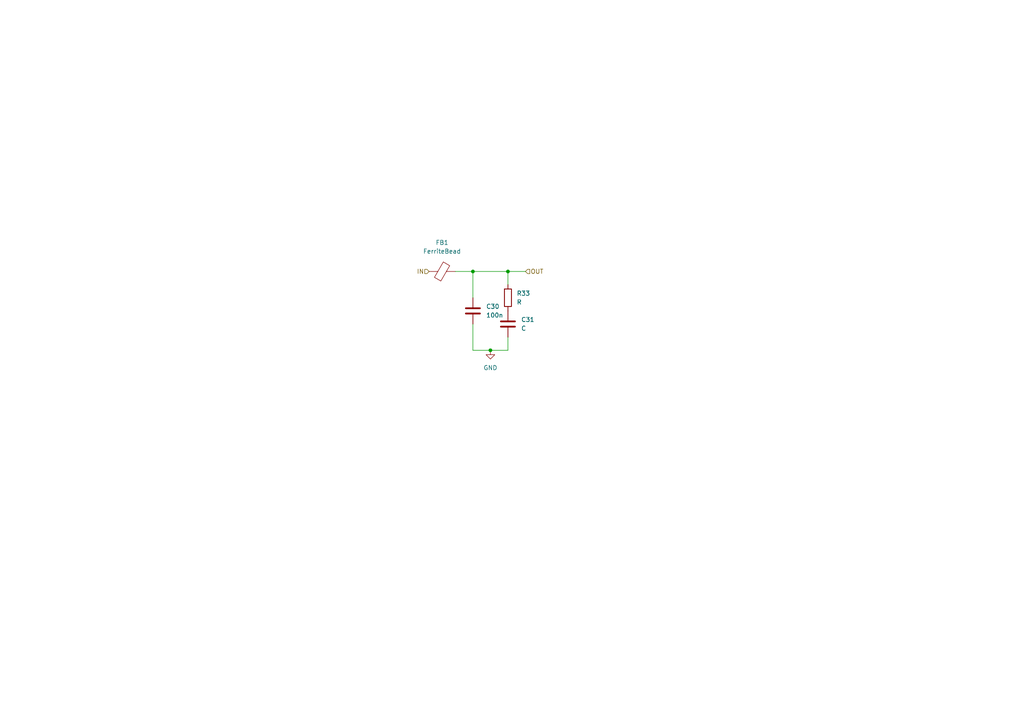
<source format=kicad_sch>
(kicad_sch (version 20230121) (generator eeschema)
  (paper "A4")
  (lib_symbols
    (symbol "Device:C" (pin_numbers hide) (pin_names (offset 0.254))
      (property "Reference" "C" (at 0.635 2.54 0))
      (property "Value" "C" (at 0.635 -2.54 0))
      (symbol "C_0_1"
        (polyline (pts (xy -2.032 -0.762) (xy 2.032 -0.762)) (stroke (width 0.508)))
        (polyline (pts (xy -2.032 0.762) (xy 2.032 0.762)) (stroke (width 0.508)))
      )
      (symbol "C_1_1"
        (pin passive line (at 0 3.81 270) (length 2.794) (name "~") (number "1"))
        (pin passive line (at 0 -3.81 90) (length 2.794) (name "~") (number "2"))
      )
    )
    (symbol "Device:FerriteBead" (pin_numbers hide) (pin_names (offset 0))
      (property "Reference" "FB" (at -3.81 0.635 90))
      (property "Value" "FerriteBead" (at 3.81 0 90))
      (symbol "FerriteBead_0_1"
        (polyline (pts (xy 0 -1.27) (xy 0 -1.2192)))
        (polyline (pts (xy 0 1.27) (xy 0 1.2954)))
        (polyline (pts (xy -2.7686 0.4064) (xy -1.7018 2.2606) (xy 2.7686 -0.3048) (xy 1.6764 -2.159) (xy -2.7686 0.4064)))
      )
      (symbol "FerriteBead_1_1"
        (pin passive line (at 0 3.81 270) (length 2.54) (name "~") (number "1"))
        (pin passive line (at 0 -3.81 90) (length 2.54) (name "~") (number "2"))
      )
    )
    (symbol "Device:R" (pin_numbers hide) (pin_names (offset 0))
      (property "Reference" "R" (at 2.032 0 90))
      (property "Value" "R" (at 0 0 90))
      (symbol "R_0_1"
        (rectangle (start -1.016 -2.54) (end 1.016 2.54) (stroke (width 0.254)))
      )
      (symbol "R_1_1"
        (pin passive line (at 0 3.81 270) (length 1.27) (name "~") (number "1"))
        (pin passive line (at 0 -3.81 90) (length 1.27) (name "~") (number "2"))
      )
    )
    (symbol "power:GND" (power) (pin_names (offset 0))
      (property "Value" "GND" (at 0 -3.81 0))
      (symbol "GND_0_1"
        (polyline (pts (xy 0 0) (xy 0 -1.27) (xy 1.27 -1.27) (xy 0 -2.54) (xy -1.27 -1.27) (xy 0 -1.27)))
      )
      (symbol "GND_1_1"
        (pin power_in line (at 0 0 270) (length 0) hide (name "GND") (number "1"))
      )
    )
  )
  (junction (at 137.16 78.74))
  (junction (at 147.32 78.74))
  (junction (at 142.24 101.6))
  (wire (pts (xy 137.16 78.74) (xy 147.32 78.74)))
  (wire (pts (xy 147.32 78.74) (xy 147.32 82.55)))
  (wire (pts (xy 147.32 78.74) (xy 152.4 78.74)))
  (wire (pts (xy 132.08 78.74) (xy 137.16 78.74)))
  (wire (pts (xy 147.32 101.6) (xy 147.32 97.79)))
  (wire (pts (xy 137.16 86.36) (xy 137.16 78.74)))
  (wire (pts (xy 142.24 101.6) (xy 147.32 101.6)))
  (wire (pts (xy 137.16 93.98) (xy 137.16 101.6)))
  (wire (pts (xy 137.16 101.6) (xy 142.24 101.6)))
  (hierarchical_label "OUT" (shape input) (at 152.4 78.74 0))
  (hierarchical_label "IN" (shape input) (at 124.46 78.74 180))
  (symbol (lib_id "Device:R") (at 147.32 86.36 0) (unit 1)
    (property "Reference" "R33" (at 149.86 85.0899 0) (effects (justify left)))
    (property "Value" "R" (at 149.86 87.6299 0) (effects (justify left)))
    (property "Footprint" "Resistor_SMD:R_0603_1608Metric" (effects hide))
    (instances (project "marvin_fc_board" (path "" (reference "R33") (unit 1)) (path "" (reference "R36") (unit 1))))
  )
  (symbol (lib_id "Device:C") (at 137.16 90.17 0) (unit 1)
    (property "Reference" "C30" (at 140.97 88.8999 0) (effects (justify left)))
    (property "Value" "100n" (at 140.97 91.4399 0) (effects (justify left)))
    (property "Footprint" "Capacitor_SMD:C_0603_1608Metric" (effects hide))
    (instances (project "marvin_fc_board" (path "" (reference "C30") (unit 1)) (path "" (reference "C32") (unit 1))))
  )
  (symbol (lib_id "Device:C") (at 147.32 93.98 0) (unit 1)
    (property "Reference" "C31" (at 151.13 92.7099 0) (effects (justify left)))
    (property "Value" "C" (at 151.13 95.2499 0) (effects (justify left)))
    (property "Footprint" "Capacitor_SMD:C_0603_1608Metric" (effects hide))
    (instances (project "marvin_fc_board" (path "" (reference "C31") (unit 1)) (path "" (reference "C33") (unit 1))))
  )
  (symbol (lib_id "power:GND") (at 142.24 101.6 0) (unit 1)
    (property "Reference" "#PWR082" (effects hide))
    (property "Value" "GND" (at 142.24 106.68 0))
    (instances (project "marvin_fc_board" (path "" (reference "#PWR082") (unit 1)) (path "" (reference "#PWR084") (unit 1))))
  )
  (symbol (lib_id "Device:FerriteBead") (at 128.27 78.74 90) (unit 1)
    (property "Reference" "FB1" (at 128.2192 70.358 90))
    (property "Value" "FerriteBead" (at 128.2192 72.898 90))
    (property "Footprint" "Inductor_SMD:L_0805_2012Metric" (effects hide))
    (instances (project "marvin_fc_board" (path "" (reference "FB1") (unit 1)) (path "" (reference "FB2") (unit 1))))
  )
)
</source>
